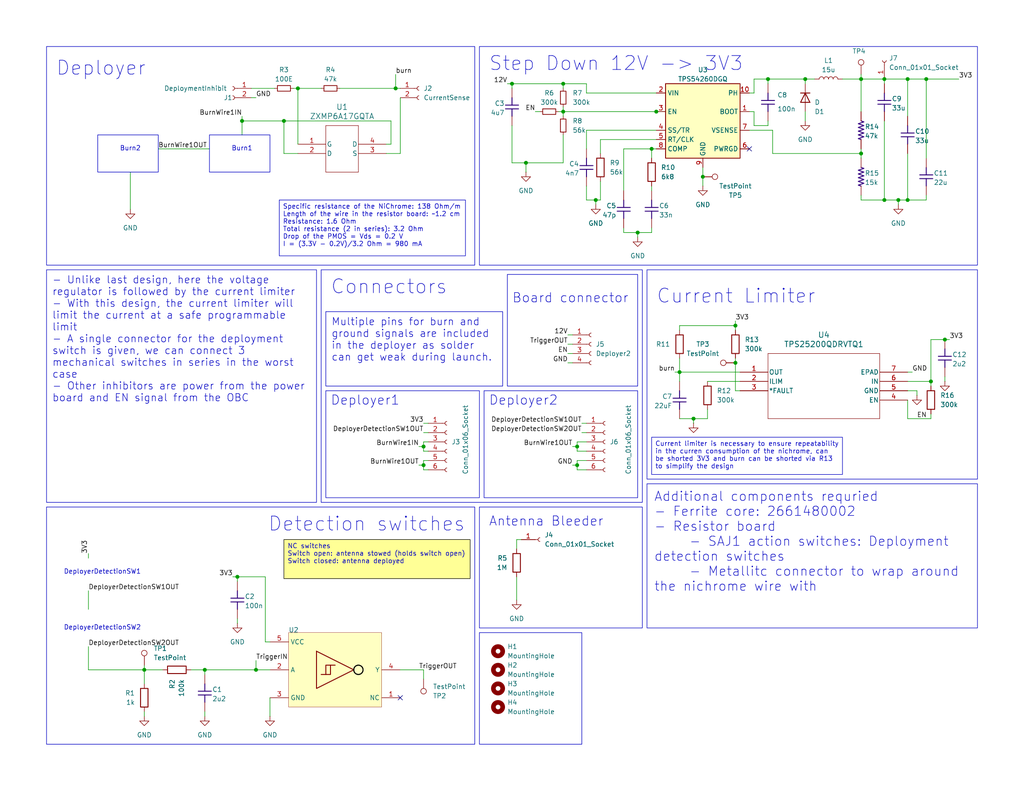
<source format=kicad_sch>
(kicad_sch (version 20231120) (generator "eeschema") (generator_version "8.0")
  (paper "USLetter")
  (title_block (title "Sanket") (date "2025-06-29") (rev "6.0") (company "Student Satellite Program"))
  (lib_symbols
    (symbol "Connector:Conn_01x01_Socket" (pin_names (offset 1.016) hide)
      (property "Reference" "J" (at 0 2.54 0))
      (property "Value" "Conn_01x01_Socket" (at 0 -2.54 0))
      (symbol "Conn_01x01_Socket_1_1"
        (polyline (pts (xy -1.27 0) (xy -0.508 0)) (stroke (width 0.1524)))
        (arc (start 0 0.508) (mid -0.5058 0) (end 0 -0.508) (stroke (width 0.1524)))
        (pin passive line (at -5.08 0 0) (length 3.81) (name "Pin_1") (number "1"))
      )
    )
    (symbol "Connector:Conn_01x02_Socket" (pin_names (offset 1.016) hide)
      (property "Reference" "J" (at 0 2.54 0))
      (property "Value" "Conn_01x02_Socket" (at 0 -5.08 0))
      (symbol "Conn_01x02_Socket_1_1"
        (arc (start 0 -2.032) (mid -0.5058 -2.54) (end 0 -3.048) (stroke (width 0.1524)))
        (polyline (pts (xy -1.27 -2.54) (xy -0.508 -2.54)) (stroke (width 0.1524)))
        (polyline (pts (xy -1.27 0) (xy -0.508 0)) (stroke (width 0.1524)))
        (arc (start 0 0.508) (mid -0.5058 0) (end 0 -0.508) (stroke (width 0.1524)))
        (pin passive line (at -5.08 0 0) (length 3.81) (name "Pin_1") (number "1"))
        (pin passive line (at -5.08 -2.54 0) (length 3.81) (name "Pin_2") (number "2"))
      )
    )
    (symbol "Connector:Conn_01x04_Socket" (pin_names (offset 1.016) hide)
      (property "Reference" "J" (at 0 5.08 0))
      (property "Value" "Conn_01x04_Socket" (at 0 -7.62 0))
      (symbol "Conn_01x04_Socket_1_1"
        (arc (start 0 -4.572) (mid -0.5058 -5.08) (end 0 -5.588) (stroke (width 0.1524)))
        (arc (start 0 -2.032) (mid -0.5058 -2.54) (end 0 -3.048) (stroke (width 0.1524)))
        (polyline (pts (xy -1.27 -5.08) (xy -0.508 -5.08)) (stroke (width 0.1524)))
        (polyline (pts (xy -1.27 -2.54) (xy -0.508 -2.54)) (stroke (width 0.1524)))
        (polyline (pts (xy -1.27 0) (xy -0.508 0)) (stroke (width 0.1524)))
        (polyline (pts (xy -1.27 2.54) (xy -0.508 2.54)) (stroke (width 0.1524)))
        (arc (start 0 0.508) (mid -0.5058 0) (end 0 -0.508) (stroke (width 0.1524)))
        (arc (start 0 3.048) (mid -0.5058 2.54) (end 0 2.032) (stroke (width 0.1524)))
        (pin passive line (at -5.08 2.54 0) (length 3.81) (name "Pin_1") (number "1"))
        (pin passive line (at -5.08 0 0) (length 3.81) (name "Pin_2") (number "2"))
        (pin passive line (at -5.08 -2.54 0) (length 3.81) (name "Pin_3") (number "3"))
        (pin passive line (at -5.08 -5.08 0) (length 3.81) (name "Pin_4") (number "4"))
      )
    )
    (symbol "Connector:Conn_01x06_Socket" (pin_names (offset 1.016) hide)
      (property "Reference" "J" (at 0 7.62 0))
      (property "Value" "Conn_01x06_Socket" (at 0 -10.16 0))
      (symbol "Conn_01x06_Socket_1_1"
        (arc (start 0 -7.112) (mid -0.5058 -7.62) (end 0 -8.128) (stroke (width 0.1524)))
        (arc (start 0 -4.572) (mid -0.5058 -5.08) (end 0 -5.588) (stroke (width 0.1524)))
        (arc (start 0 -2.032) (mid -0.5058 -2.54) (end 0 -3.048) (stroke (width 0.1524)))
        (polyline (pts (xy -1.27 -7.62) (xy -0.508 -7.62)) (stroke (width 0.1524)))
        (polyline (pts (xy -1.27 -5.08) (xy -0.508 -5.08)) (stroke (width 0.1524)))
        (polyline (pts (xy -1.27 -2.54) (xy -0.508 -2.54)) (stroke (width 0.1524)))
        (polyline (pts (xy -1.27 0) (xy -0.508 0)) (stroke (width 0.1524)))
        (polyline (pts (xy -1.27 2.54) (xy -0.508 2.54)) (stroke (width 0.1524)))
        (polyline (pts (xy -1.27 5.08) (xy -0.508 5.08)) (stroke (width 0.1524)))
        (arc (start 0 0.508) (mid -0.5058 0) (end 0 -0.508) (stroke (width 0.1524)))
        (arc (start 0 3.048) (mid -0.5058 2.54) (end 0 2.032) (stroke (width 0.1524)))
        (arc (start 0 5.588) (mid -0.5058 5.08) (end 0 4.572) (stroke (width 0.1524)))
        (pin passive line (at -5.08 5.08 0) (length 3.81) (name "Pin_1") (number "1"))
        (pin passive line (at -5.08 2.54 0) (length 3.81) (name "Pin_2") (number "2"))
        (pin passive line (at -5.08 0 0) (length 3.81) (name "Pin_3") (number "3"))
        (pin passive line (at -5.08 -2.54 0) (length 3.81) (name "Pin_4") (number "4"))
        (pin passive line (at -5.08 -5.08 0) (length 3.81) (name "Pin_5") (number "5"))
        (pin passive line (at -5.08 -7.62 0) (length 3.81) (name "Pin_6") (number "6"))
      )
    )
    (symbol "Connector:TestPoint" (pin_numbers hide) (pin_names (offset 0.762) hide)
      (property "Reference" "TP" (at 0 6.858 0))
      (property "Value" "TestPoint" (at 0 5.08 0))
      (symbol "TestPoint_0_1"
        (circle (center 0 3.302) (radius 0.762))
      )
      (symbol "TestPoint_1_1"
        (pin passive line (at 0 0 90) (length 2.54) (name "1") (number "1"))
      )
    )
    (symbol "Device:D" (pin_numbers hide) (pin_names (offset 1.016) hide)
      (property "Reference" "D" (at 0 2.54 0))
      (property "Value" "D" (at 0 -2.54 0))
      (symbol "D_0_1"
        (polyline (pts (xy -1.27 1.27) (xy -1.27 -1.27)) (stroke (width 0.254)))
        (polyline (pts (xy 1.27 0) (xy -1.27 0)))
        (polyline (pts (xy 1.27 1.27) (xy 1.27 -1.27) (xy -1.27 0) (xy 1.27 1.27)) (stroke (width 0.254)))
      )
      (symbol "D_1_1"
        (pin passive line (at -3.81 0 0) (length 2.54) (name "K") (number "1"))
        (pin passive line (at 3.81 0 180) (length 2.54) (name "A") (number "2"))
      )
    )
    (symbol "Device:L" (pin_numbers hide) (pin_names (offset 1.016) hide)
      (property "Reference" "L" (at -1.27 0 90))
      (property "Value" "L" (at 1.905 0 90))
      (symbol "L_0_1"
        (arc (start 0 -2.54) (mid 0.6323 -1.905) (end 0 -1.27))
        (arc (start 0 -1.27) (mid 0.6323 -0.635) (end 0 0))
        (arc (start 0 0) (mid 0.6323 0.635) (end 0 1.27))
        (arc (start 0 1.27) (mid 0.6323 1.905) (end 0 2.54))
      )
      (symbol "L_1_1"
        (pin passive line (at 0 3.81 270) (length 1.27) (name "1") (number "1"))
        (pin passive line (at 0 -3.81 90) (length 1.27) (name "2") (number "2"))
      )
    )
    (symbol "Device:R" (pin_numbers hide) (pin_names (offset 0))
      (property "Reference" "R" (at 2.032 0 90))
      (property "Value" "R" (at 0 0 90))
      (symbol "R_0_1"
        (rectangle (start -1.016 -2.54) (end 1.016 2.54) (stroke (width 0.254)))
      )
      (symbol "R_1_1"
        (pin passive line (at 0 3.81 270) (length 1.27) (name "~") (number "1"))
        (pin passive line (at 0 -3.81 90) (length 1.27) (name "~") (number "2"))
      )
    )
    (symbol "Device:R_Small" (pin_numbers hide) (pin_names (offset 0.254) hide)
      (property "Reference" "R" (at 0.762 0.508 0))
      (property "Value" "R_Small" (at 0.762 -1.016 0))
      (symbol "R_Small_0_1"
        (rectangle (start -0.762 1.778) (end 0.762 -1.778) (stroke (width 0.2032)))
      )
      (symbol "R_Small_1_1"
        (pin passive line (at 0 2.54 270) (length 0.762) (name "~") (number "1"))
        (pin passive line (at 0 -2.54 90) (length 0.762) (name "~") (number "2"))
      )
    )
    (symbol "Mechanical:MountingHole" (pin_names (offset 1.016)) (exclude_from_sim yes) (in_bom no)
      (property "Reference" "H" (at 0 5.08 0))
      (property "Value" "MountingHole" (at 0 3.175 0))
      (symbol "MountingHole_0_1"
        (circle (center 0 0) (radius 1.27) (stroke (width 1.27)))
      )
    )
    (symbol "PMOS_ZXMP6A17:ZXMP6A17GQTA" (pin_names (offset 0.254))
      (property "Reference" "U" (at 22.86 10.16 0))
      (property "Value" "ZXMP6A17GQTA" (at 22.86 7.62 0))
      (symbol "ZXMP6A17GQTA_0_1"
        (polyline (pts (xy 29.21 -7.62) (xy 38.1 -7.62)) (stroke (width 0.127)))
        (polyline (pts (xy 29.21 5.08) (xy 29.21 -7.62)) (stroke (width 0.127)))
        (polyline (pts (xy 38.1 -7.62) (xy 38.1 5.08)) (stroke (width 0.127)))
        (polyline (pts (xy 38.1 5.08) (xy 29.21 5.08)) (stroke (width 0.127)))
        (pin unspecified line (at 21.59 0 0) (length 7.62) (name "G") (number "1"))
        (pin unspecified line (at 21.59 -2.54 0) (length 7.62) (name "D") (number "2"))
        (pin unspecified line (at 45.72 -2.54 180) (length 7.62) (name "S") (number "3"))
        (pin unspecified line (at 45.72 0 180) (length 7.62) (name "D") (number "4"))
      )
    )
    (symbol "Regulator_Switching:TPS54260DGQ"
      (property "Reference" "U" (at -10.16 11.43 0))
      (property "Value" "TPS54260DGQ" (at 1.27 -11.43 0))
      (symbol "TPS54260DGQ_0_1"
        (rectangle (start -10.16 10.16) (end 10.16 -10.16) (stroke (width 0.254)) (fill (type background)))
      )
      (symbol "TPS54260DGQ_1_1"
        (pin output line (at 12.7 2.54 180) (length 2.54) (name "BOOT") (number "1"))
        (pin output line (at 12.7 7.62 180) (length 2.54) (name "PH") (number "10"))
        (pin passive line (at 0 -12.7 90) (length 2.54) hide (name "GND") (number "11"))
        (pin power_in line (at -12.7 7.62 0) (length 2.54) (name "VIN") (number "2"))
        (pin input line (at -12.7 2.54 0) (length 2.54) (name "EN") (number "3"))
        (pin input line (at -12.7 -2.54 0) (length 2.54) (name "SS/TR") (number "4"))
        (pin input line (at -12.7 -5.08 0) (length 2.54) (name "RT/CLK") (number "5"))
        (pin open_collector line (at 12.7 -7.62 180) (length 2.54) (name "PWRGD") (number "6"))
        (pin input line (at 12.7 -2.54 180) (length 2.54) (name "VSENSE") (number "7"))
        (pin output line (at -12.7 -7.62 0) (length 2.54) (name "COMP") (number "8"))
        (pin power_in line (at 0 -12.7 90) (length 2.54) (name "GND") (number "9"))
      )
    )
    (symbol "TPS25200:TPS25200QDRVTQ1" (pin_names (offset 0.254))
      (property "Reference" "U" (at 22.86 10.16 0))
      (property "Value" "TPS25200QDRVTQ1" (at 22.86 7.62 0))
      (symbol "TPS25200QDRVTQ1_0_1"
        (polyline (pts (xy 7.62 -12.7) (xy 38.1 -12.7)) (stroke (width 0.127)))
        (polyline (pts (xy 7.62 5.08) (xy 7.62 -12.7)) (stroke (width 0.127)))
        (polyline (pts (xy 38.1 -12.7) (xy 38.1 5.08)) (stroke (width 0.127)))
        (polyline (pts (xy 38.1 5.08) (xy 7.62 5.08)) (stroke (width 0.127)))
        (pin output line (at 0 0 0) (length 7.62) (name "OUT") (number "1"))
        (pin output line (at 0 -2.54 0) (length 7.62) (name "ILIM") (number "2"))
        (pin output line (at 0 -5.08 0) (length 7.62) (name "*FAULT") (number "3"))
        (pin input line (at 45.72 -7.62 180) (length 7.62) (name "EN") (number "4"))
        (pin power_in line (at 45.72 -5.08 180) (length 7.62) (name "GND") (number "5"))
        (pin input line (at 45.72 -2.54 180) (length 7.62) (name "IN") (number "6"))
        (pin unspecified line (at 45.72 0 180) (length 7.62) (name "EPAD") (number "7"))
      )
    )
    (symbol "power:GND" (power) (pin_numbers hide) (pin_names (offset 0) hide)
      (property "Value" "GND" (at 0 -3.81 0))
      (symbol "GND_0_1"
        (polyline (pts (xy 0 0) (xy 0 -1.27) (xy 1.27 -1.27) (xy 0 -2.54) (xy -1.27 -1.27) (xy 0 -1.27)))
      )
      (symbol "GND_1_1"
        (pin power_in line (at 0 0 270) (length 0) (name "~") (number "1"))
      )
    )
    (symbol "sanket 4.0-altium-import:root_0_IC-SN74LVC1G14QDCKRQ1"
      (symbol "root_0_IC-SN74LVC1G14QDCKRQ1_1_0"
        (polyline (pts (xy 13.97 8.89) (xy 16.51 8.89) (xy 16.51 11.43)) (stroke (width 0.254)))
        (polyline (pts (xy 15.24 8.89) (xy 15.24 11.43) (xy 17.78 11.43)) (stroke (width 0.254)))
        (polyline (pts (xy 12.7 15.24) (xy 12.7 5.08) (xy 22.86 10.16) (xy 12.7 15.24)) (stroke (width 0.254)))
        (circle (center 24.13 10.16) (radius 1.27) (stroke (width 0.254) (color 0 0 0 1)))
        (circle (center 24.13 10.16) (radius 1.27) (stroke (width 0.254) (color 0 0 0 1)))
        (rectangle (start 30.48 20.32) (end 5.08 0) (stroke (width 0.0254) (color 128 0 0 1)) (fill (type background)))
        (pin passive line (at 35.56 2.54 180) (length 5.08) (name "NC") (number "1"))
        (pin passive line (at 0 10.16 0) (length 5.08) (name "A") (number "2"))
        (pin passive line (at 0 2.54 0) (length 5.08) (name "GND") (number "3"))
        (pin passive line (at 35.56 10.16 180) (length 5.08) (name "Y") (number "4"))
        (pin passive line (at 0 17.78 0) (length 5.08) (name "VCC") (number "5"))
      )
    )
    (symbol "sanket 4.0-altium-import:root_1_CAP-CER-0.1u-16V"
      (symbol "root_1_CAP-CER-0.1u-16V_1_0"
        (polyline (pts (xy -1.778 0.508) (xy 1.778 0.508)) (stroke (width 0.254) (color 48 0 123 1)))
        (polyline (pts (xy 0 -2.54) (xy 0 -0.508)) (stroke (width 0.254) (color 48 0 123 1)))
        (polyline (pts (xy 0 0.508) (xy 0 2.54)) (stroke (width 0.254) (color 48 0 123 1)))
        (polyline (pts (xy 1.778 -0.508) (xy -1.778 -0.508)) (stroke (width 0.254) (color 48 0 123 1)))
        (pin passive line (at 0 -5.08 90) (length 2.54) (name "") (number "1"))
        (pin passive line (at 0 5.08 270) (length 2.54) (name "") (number "2"))
      )
    )
    (symbol "sanket 4.0-altium-import:root_1_CAP-CER-1u-16V"
      (symbol "root_1_CAP-CER-1u-16V_1_0"
        (polyline (pts (xy -1.778 0.508) (xy 1.778 0.508)) (stroke (width 0.254) (color 48 0 123 1)))
        (polyline (pts (xy 0 -2.54) (xy 0 -0.508)) (stroke (width 0.254) (color 48 0 123 1)))
        (polyline (pts (xy 0 0.508) (xy 0 2.54)) (stroke (width 0.254) (color 48 0 123 1)))
        (polyline (pts (xy 1.778 -0.508) (xy -1.778 -0.508)) (stroke (width 0.254) (color 48 0 123 1)))
        (pin passive line (at 0 -5.08 90) (length 2.54) (name "") (number "1"))
        (pin passive line (at 0 5.08 270) (length 2.54) (name "") (number "2"))
      )
    )
    (symbol "sanket 4.0-altium-import:root_1_CAP-CER-4.7u-10V"
      (symbol "root_1_CAP-CER-4.7u-10V_1_0"
        (polyline (pts (xy -1.778 0.508) (xy 1.778 0.508)) (stroke (width 0.254) (color 48 0 123 1)))
        (polyline (pts (xy 0 -2.54) (xy 0 -0.508)) (stroke (width 0.254) (color 48 0 123 1)))
        (polyline (pts (xy 0 0.508) (xy 0 2.54)) (stroke (width 0.254) (color 48 0 123 1)))
        (polyline (pts (xy 1.778 -0.508) (xy -1.778 -0.508)) (stroke (width 0.254) (color 48 0 123 1)))
        (pin passive line (at 0 -5.08 90) (length 2.54) (name "") (number "1"))
        (pin passive line (at 0 5.08 270) (length 2.54) (name "") (number "2"))
      )
    )
    (symbol "sanket 4.0-altium-import:root_3_RES-10M-1%"
      (symbol "root_3_RES-10M-1%_1_0"
        (polyline (pts (xy 0 2.54) (xy 0.762 2.286) (xy -0.762 1.778) (xy 0.762 1.27) (xy -0.762 0.762) (xy 0.762 0.254) (xy -0.762 -0.254) (xy 0.762 -0.762) (xy -0.762 -1.27) (xy 0.762 -1.778) (xy -0.762 -2.286) (xy 0 -2.54)) (stroke (width 0.254) (color 48 0 123 1)))
        (pin passive line (at 0 5.08 270) (length 2.54) (name "") (number "1"))
        (pin passive line (at 0 -5.08 90) (length 2.54) (name "") (number "2"))
      )
    )
  )
  (junction (at 177.8 40.64))
  (junction (at 185.42 101.6))
  (junction (at 179.07 30.48))
  (junction (at 257.81 92.71))
  (junction (at 162.56 54.61))
  (junction (at 69.85 182.88))
  (junction (at 77.47 33.02))
  (junction (at 55.88 182.88))
  (junction (at 241.3 54.61))
  (junction (at 189.23 114.3))
  (junction (at 107.95 24.13))
  (junction (at 247.65 21.59))
  (junction (at 153.67 22.86))
  (junction (at 66.04 33.02))
  (junction (at 143.51 44.45))
  (junction (at 157.48 127))
  (junction (at 64.77 157.48))
  (junction (at 157.48 121.92))
  (junction (at 115.57 127))
  (junction (at 234.95 41.91))
  (junction (at 254 104.14))
  (junction (at 252.73 21.59))
  (junction (at 173.99 63.5))
  (junction (at 219.71 21.59))
  (junction (at 39.37 182.88))
  (junction (at 200.66 99.06))
  (junction (at 209.55 21.59))
  (junction (at 115.57 121.92))
  (junction (at 200.66 88.9))
  (junction (at 81.28 24.13))
  (junction (at 153.67 30.48))
  (junction (at 234.95 21.59))
  (junction (at 245.11 54.61))
  (junction (at 139.7 22.86))
  (junction (at 247.65 54.61))
  (junction (at 191.77 48.26))
  (junction (at 241.3 21.59))
  (no_connect (at 109.22 190.5))
  (no_connect (at 204.47 40.64))
  (wire (pts (xy 252.73 54.61) (xy 252.73 53.34)))
  (wire (pts (xy 185.42 101.6) (xy 185.42 104.14)))
  (wire (pts (xy 109.22 26.67) (xy 109.22 41.91)))
  (wire (pts (xy 156.21 91.44) (xy 154.94 91.44)))
  (wire (pts (xy 173.99 63.5) (xy 170.18 63.5)))
  (wire (pts (xy 177.8 40.64) (xy 179.07 40.64)))
  (wire (pts (xy 115.57 121.92) (xy 114.3 121.92)))
  (wire (pts (xy 241.3 54.61) (xy 245.11 54.61)))
  (wire (pts (xy 35.56 46.99) (xy 35.56 57.15)))
  (wire (pts (xy 210.82 35.56) (xy 204.47 35.56)))
  (wire (pts (xy 185.42 101.6) (xy 201.93 101.6)))
  (wire (pts (xy 140.97 147.32) (xy 142.24 147.32)))
  (wire (pts (xy 146.05 30.48) (xy 147.32 30.48)))
  (wire (pts (xy 39.37 194.31) (xy 39.37 195.58)))
  (wire (pts (xy 200.66 88.9) (xy 200.66 90.17)))
  (wire (pts (xy 157.48 120.65) (xy 160.02 120.65)))
  (wire (pts (xy 163.83 49.53) (xy 163.83 54.61)))
  (wire (pts (xy 209.55 21.59) (xy 209.55 22.86)))
  (wire (pts (xy 68.58 24.13) (xy 74.93 24.13)))
  (wire (pts (xy 257.81 92.71) (xy 259.08 92.71)))
  (wire (pts (xy 241.3 33.02) (xy 241.3 54.61)))
  (wire (pts (xy 24.13 151.13) (xy 24.13 152.4)))
  (wire (pts (xy 154.94 93.98) (xy 156.21 93.98)))
  (wire (pts (xy 185.42 88.9) (xy 200.66 88.9)))
  (wire (pts (xy 139.7 34.29) (xy 139.7 44.45)))
  (wire (pts (xy 72.39 157.48) (xy 72.39 175.26)))
  (wire (pts (xy 204.47 30.48) (xy 205.74 30.48)))
  (wire (pts (xy 115.57 125.73) (xy 115.57 127)))
  (wire (pts (xy 241.3 22.86) (xy 241.3 21.59)))
  (wire (pts (xy 254 92.71) (xy 254 104.14)))
  (wire (pts (xy 80.01 24.13) (xy 81.28 24.13)))
  (wire (pts (xy 163.83 38.1) (xy 179.07 38.1)))
  (wire (pts (xy 115.57 123.19) (xy 115.57 121.92)))
  (wire (pts (xy 170.18 52.07) (xy 170.18 40.64)))
  (wire (pts (xy 156.21 121.92) (xy 157.48 121.92)))
  (wire (pts (xy 160.02 115.57) (xy 158.75 115.57)))
  (wire (pts (xy 177.8 40.64) (xy 177.8 43.18)))
  (wire (pts (xy 64.77 157.48) (xy 64.77 158.75)))
  (wire (pts (xy 185.42 114.3) (xy 189.23 114.3)))
  (wire (pts (xy 185.42 88.9) (xy 185.42 90.17)))
  (wire (pts (xy 191.77 48.26) (xy 191.77 50.8)))
  (wire (pts (xy 109.22 41.91) (xy 105.41 41.91)))
  (wire (pts (xy 184.15 101.6) (xy 185.42 101.6)))
  (wire (pts (xy 64.77 168.91) (xy 64.77 170.18)))
  (wire (pts (xy 115.57 121.92) (xy 115.57 120.65)))
  (wire (pts (xy 177.8 50.8) (xy 177.8 52.07)))
  (wire (pts (xy 115.57 128.27) (xy 116.84 128.27)))
  (wire (pts (xy 189.23 114.3) (xy 193.04 114.3)))
  (wire (pts (xy 24.13 161.29) (xy 24.13 166.37)))
  (wire (pts (xy 254 92.71) (xy 257.81 92.71)))
  (wire (pts (xy 234.95 54.61) (xy 241.3 54.61)))
  (wire (pts (xy 106.68 39.37) (xy 105.41 39.37)))
  (wire (pts (xy 115.57 185.42) (xy 115.57 182.88)))
  (wire (pts (xy 200.66 99.06) (xy 200.66 106.68)))
  (wire (pts (xy 153.67 30.48) (xy 153.67 31.75)))
  (wire (pts (xy 254 105.41) (xy 254 104.14)))
  (wire (pts (xy 234.95 41.91) (xy 210.82 41.91)))
  (wire (pts (xy 247.65 101.6) (xy 248.92 101.6)))
  (wire (pts (xy 247.65 114.3) (xy 247.65 109.22)))
  (wire (pts (xy 116.84 118.11) (xy 115.57 118.11)))
  (wire (pts (xy 157.48 125.73) (xy 160.02 125.73)))
  (wire (pts (xy 157.48 123.19) (xy 160.02 123.19)))
  (wire (pts (xy 72.39 175.26) (xy 73.66 175.26)))
  (wire (pts (xy 241.3 21.59) (xy 247.65 21.59)))
  (wire (pts (xy 247.65 41.91) (xy 247.65 54.61)))
  (wire (pts (xy 39.37 181.61) (xy 39.37 182.88)))
  (wire (pts (xy 153.67 29.21) (xy 153.67 30.48)))
  (wire (pts (xy 170.18 63.5) (xy 170.18 62.23)))
  (wire (pts (xy 234.95 41.91) (xy 234.95 43.18)))
  (wire (pts (xy 219.71 30.48) (xy 219.71 33.02)))
  (wire (pts (xy 152.4 30.48) (xy 153.67 30.48)))
  (wire (pts (xy 156.21 99.06) (xy 154.94 99.06)))
  (wire (pts (xy 209.55 21.59) (xy 219.71 21.59)))
  (wire (pts (xy 170.18 40.64) (xy 177.8 40.64)))
  (wire (pts (xy 55.88 182.88) (xy 55.88 184.15)))
  (wire (pts (xy 158.75 118.11) (xy 160.02 118.11)))
  (wire (pts (xy 173.99 63.5) (xy 173.99 64.77)))
  (wire (pts (xy 157.48 125.73) (xy 157.48 127)))
  (wire (pts (xy 210.82 41.91) (xy 210.82 35.56)))
  (wire (pts (xy 205.74 25.4) (xy 205.74 21.59)))
  (wire (pts (xy 252.73 21.59) (xy 252.73 43.18)))
  (wire (pts (xy 162.56 54.61) (xy 160.02 54.61)))
  (wire (pts (xy 247.65 106.68) (xy 250.19 106.68)))
  (wire (pts (xy 81.28 24.13) (xy 87.63 24.13)))
  (wire (pts (xy 77.47 33.02) (xy 77.47 41.91)))
  (wire (pts (xy 163.83 54.61) (xy 162.56 54.61)))
  (wire (pts (xy 66.04 33.02) (xy 66.04 36.83)))
  (wire (pts (xy 219.71 21.59) (xy 219.71 22.86)))
  (wire (pts (xy 200.66 87.63) (xy 200.66 88.9)))
  (wire (pts (xy 66.04 33.02) (xy 77.47 33.02)))
  (wire (pts (xy 69.85 182.88) (xy 73.66 182.88)))
  (wire (pts (xy 24.13 182.88) (xy 39.37 182.88)))
  (wire (pts (xy 185.42 97.79) (xy 185.42 101.6)))
  (wire (pts (xy 209.55 34.29) (xy 209.55 33.02)))
  (wire (pts (xy 39.37 182.88) (xy 44.45 182.88)))
  (wire (pts (xy 205.74 34.29) (xy 209.55 34.29)))
  (wire (pts (xy 138.43 22.86) (xy 139.7 22.86)))
  (wire (pts (xy 143.51 44.45) (xy 153.67 44.45)))
  (wire (pts (xy 153.67 22.86) (xy 160.02 22.86)))
  (wire (pts (xy 115.57 128.27) (xy 115.57 127)))
  (wire (pts (xy 160.02 35.56) (xy 179.07 35.56)))
  (wire (pts (xy 247.65 54.61) (xy 252.73 54.61)))
  (wire (pts (xy 69.85 180.34) (xy 69.85 182.88)))
  (wire (pts (xy 55.88 194.31) (xy 55.88 195.58)))
  (wire (pts (xy 247.65 21.59) (xy 247.65 31.75)))
  (wire (pts (xy 115.57 120.65) (xy 116.84 120.65)))
  (wire (pts (xy 157.48 121.92) (xy 157.48 123.19)))
  (wire (pts (xy 179.07 25.4) (xy 160.02 25.4)))
  (wire (pts (xy 24.13 176.53) (xy 24.13 182.88)))
  (wire (pts (xy 153.67 30.48) (xy 179.07 30.48)))
  (wire (pts (xy 193.04 111.76) (xy 193.04 114.3)))
  (wire (pts (xy 177.8 63.5) (xy 177.8 62.23)))
  (wire (pts (xy 156.21 127) (xy 157.48 127)))
  (wire (pts (xy 163.83 38.1) (xy 163.83 41.91)))
  (wire (pts (xy 55.88 182.88) (xy 69.85 182.88)))
  (wire (pts (xy 140.97 157.48) (xy 140.97 163.83)))
  (wire (pts (xy 153.67 22.86) (xy 153.67 24.13)))
  (wire (pts (xy 157.48 120.65) (xy 157.48 121.92)))
  (wire (pts (xy 200.66 97.79) (xy 200.66 99.06)))
  (wire (pts (xy 177.8 63.5) (xy 173.99 63.5)))
  (wire (pts (xy 247.65 54.61) (xy 245.11 54.61)))
  (wire (pts (xy 81.28 24.13) (xy 81.28 39.37)))
  (wire (pts (xy 92.71 24.13) (xy 107.95 24.13)))
  (wire (pts (xy 189.23 114.3) (xy 189.23 115.57)))
  (wire (pts (xy 139.7 22.86) (xy 153.67 22.86)))
  (wire (pts (xy 205.74 21.59) (xy 209.55 21.59)))
  (wire (pts (xy 205.74 34.29) (xy 205.74 30.48)))
  (wire (pts (xy 160.02 50.8) (xy 160.02 54.61)))
  (wire (pts (xy 257.81 102.87) (xy 257.81 104.14)))
  (wire (pts (xy 66.04 31.75) (xy 66.04 33.02)))
  (wire (pts (xy 63.5 157.48) (xy 64.77 157.48)))
  (wire (pts (xy 107.95 20.32) (xy 107.95 24.13)))
  (wire (pts (xy 234.95 20.32) (xy 234.95 21.59)))
  (wire (pts (xy 234.95 21.59) (xy 234.95 30.48)))
  (wire (pts (xy 109.22 182.88) (xy 115.57 182.88)))
  (wire (pts (xy 247.65 104.14) (xy 254 104.14)))
  (wire (pts (xy 234.95 21.59) (xy 241.3 21.59)))
  (wire (pts (xy 157.48 127) (xy 157.48 128.27)))
  (wire (pts (xy 153.67 44.45) (xy 153.67 36.83)))
  (wire (pts (xy 234.95 54.61) (xy 234.95 53.34)))
  (wire (pts (xy 81.28 41.91) (xy 77.47 41.91)))
  (wire (pts (xy 191.77 45.72) (xy 191.77 48.26)))
  (wire (pts (xy 162.56 54.61) (xy 162.56 55.88)))
  (wire (pts (xy 139.7 44.45) (xy 143.51 44.45)))
  (wire (pts (xy 116.84 115.57) (xy 115.57 115.57)))
  (wire (pts (xy 245.11 54.61) (xy 245.11 55.88)))
  (wire (pts (xy 77.47 33.02) (xy 106.68 33.02)))
  (wire (pts (xy 154.94 96.52) (xy 156.21 96.52)))
  (wire (pts (xy 139.7 22.86) (xy 139.7 24.13)))
  (wire (pts (xy 193.04 104.14) (xy 201.93 104.14)))
  (wire (pts (xy 250.19 106.68) (xy 250.19 107.95)))
  (wire (pts (xy 247.65 114.3) (xy 254 114.3)))
  (wire (pts (xy 254 113.03) (xy 254 114.3)))
  (wire (pts (xy 52.07 182.88) (xy 55.88 182.88)))
  (wire (pts (xy 64.77 157.48) (xy 72.39 157.48)))
  (wire (pts (xy 73.66 195.58) (xy 73.66 190.5)))
  (wire (pts (xy 160.02 35.56) (xy 160.02 40.64)))
  (wire (pts (xy 116.84 123.19) (xy 115.57 123.19)))
  (wire (pts (xy 229.87 21.59) (xy 234.95 21.59)))
  (wire (pts (xy 43.18 40.64) (xy 57.15 40.64)))
  (wire (pts (xy 143.51 44.45) (xy 143.51 46.99)))
  (wire (pts (xy 204.47 25.4) (xy 205.74 25.4)))
  (wire (pts (xy 181.61 30.48) (xy 179.07 30.48)))
  (wire (pts (xy 234.95 40.64) (xy 234.95 41.91)))
  (wire (pts (xy 106.68 39.37) (xy 106.68 33.02)))
  (wire (pts (xy 247.65 21.59) (xy 252.73 21.59)))
  (wire (pts (xy 252.73 21.59) (xy 261.62 21.59)))
  (wire (pts (xy 68.58 26.67) (xy 69.85 26.67)))
  (wire (pts (xy 39.37 182.88) (xy 39.37 186.69)))
  (wire (pts (xy 157.48 128.27) (xy 160.02 128.27)))
  (wire (pts (xy 140.97 147.32) (xy 140.97 149.86)))
  (wire (pts (xy 109.22 24.13) (xy 107.95 24.13)))
  (wire (pts (xy 115.57 127) (xy 114.3 127)))
  (wire (pts (xy 200.66 106.68) (xy 201.93 106.68)))
  (wire (pts (xy 116.84 125.73) (xy 115.57 125.73)))
  (wire (pts (xy 160.02 25.4) (xy 160.02 22.86)))
  (wire (pts (xy 219.71 21.59) (xy 222.25 21.59)))
  (rectangle (start 138.43 74.93) (end 173.99 105.41))
  (rectangle (start 130.81 12.7) (end 266.7 72.39))
  (rectangle (start 57.15 36.83) (end 73.66 46.99))
  (rectangle (start 176.53 73.66) (end 266.7 130.81))
  (rectangle (start 12.7 12.7) (end 129.54 72.39))
  (rectangle (start 132.08 106.68) (end 173.99 135.89))
  (rectangle (start 88.9 106.68) (end 130.81 135.89))
  (rectangle (start 130.81 172.72) (end 158.75 203.2))
  (rectangle (start 87.63 73.66) (end 175.26 137.16))
  (rectangle (start 130.81 138.43) (end 175.26 171.45))
  (rectangle (start 12.7 138.43) (end 129.54 203.2))
  (rectangle (start 26.67 36.83) (end 43.18 46.99))
  (text_box "Multiple pins for burn and ground signals are included in the deployer as solder can get weak during launch." (at 88.9 85.09 0) (size 48.26 20.32) (effects (font (size 2 2)) (justify left top)))
  (text_box "NC switches\nSwitch open: antenna stowed (holds switch open)\nSwitch closed: antenna deployed" (at 77.47 147.32 0) (size 50.8 10.668) (stroke (width 0) (color 0 0 0 1)) (fill (type color) (color 255 255 150 1)) (effects (font (size 1.27 1.27)) (justify left top)))
  (text_box "- Unlike last design, here the voltage regulator is followed by the current limiter\n- With this design, the current limiter will limit the current at a safe programmable limit\n- A single connector for the deployment switch is given, we can connect 3 mechanical switches in series in the worst case\n- Other inhibitors are power from the power board and EN signal from the OBC" (at 12.7 73.66 0) (size 73.66 63.5) (effects (font (size 2 2)) (justify left top)))
  (text_box "Additional components requried\n- Ferrite core: 2661480002\n- Resistor board\n	- SAJ1 action switches: Deployment detection switches\n	- Metallitc connector to wrap around the nichrome wire with" (at 176.53 132.08 0) (size 90.17 39.37) (effects (font (size 2.54 2.54)) (justify left top)))
  (text_box "Current limiter is necessary to ensure repeatability in the curren consumption of the nichrome, can be shorted 3V3 and burn can be shorted via R13 to simplify the design" (at 177.8 119.38 0) (size 52.07 10.16) (effects (font (size 1.27 1.27)) (justify left top)))
  (text_box "Specific resistance of the NiChrome: 138 Ohm/m\nLength of the wire in the resistor board: ~1.2 cm\nResistance: 1.6 Ohm\nTotal resistance (2 in series): 3.2 Ohm\nDrop of the PMOS = Vds = 0.2 V\nI = (3.3V - 0.2V)/3.2 Ohm = 980 mA\n" (at 76.2 54.61 0) (size 50.8 15.24) (effects (font (size 1.27 1.27)) (justify left top)))
  (text "Step Down 12V -> 3V3" (at 133.35 15.24 0) (effects (font (size 3.81 3.81)) (justify left top)))
  (text "Detection switches" (at 127 140.97 0) (effects (font (size 3.81 3.81)) (justify right top)))
  (text "Connectors" (at 90.17 76.2 0) (effects (font (size 3.81 3.81)) (justify left top)))
  (text "Board connector" (at 139.7 80.01 0) (effects (font (size 2.54 2.54)) (justify left top)))
  (text "Deployer" (at 15.24 16.51 0) (effects (font (size 3.81 3.81)) (justify left top)))
  (text "Burn1" (at 66.04 40.64 0) (effects (font (size 1.27 1.27))))
  (text "DeployerDetectionSW1" (at 27.94 156.21 0) (effects (font (size 1.27 1.27))))
  (text "Deployer2" (at 133.35 107.95 0) (effects (font (size 2.54 2.54)) (justify left top)))
  (text "Current Limiter" (at 179.07 78.74 0) (effects (font (size 3.81 3.81)) (justify left top)))
  (text "Deployer1" (at 90.17 107.95 0) (effects (font (size 2.54 2.54)) (justify left top)))
  (text "DeployerDetectionSW2" (at 27.94 171.45 0) (effects (font (size 1.27 1.27))))
  (text "Burn2" (at 35.56 40.64 0) (effects (font (size 1.27 1.27))))
  (text "Antenna Bleeder" (at 133.35 140.97 0) (effects (font (size 2.54 2.54)) (justify left top)))
  (label "BurnWire1OUT" (at 43.18 40.64 0))
  (label "3V3" (at 261.62 21.59 0))
  (label "3V3" (at 63.5 157.48 180))
  (label "DeployerDetectionSW1OUT" (at 24.13 161.29 0))
  (label "TriggerOUT" (at 114.3 182.88 0))
  (label "3V3" (at 259.08 92.71 0))
  (label "GND" (at 248.92 101.6 0))
  (label "BurnWire1IN" (at 114.3 121.92 180))
  (label "TriggerOUT" (at 154.94 93.98 180))
  (label "GND" (at 156.21 127 180))
  (label "EN" (at 154.94 96.52 180))
  (label "BurnWire1IN" (at 66.04 31.75 180))
  (label "12V" (at 154.94 91.44 180))
  (label "TriggerIN" (at 69.85 180.34 0))
  (label "EN" (at 250.19 114.3 0))
  (label "EN" (at 146.05 30.48 180))
  (label "BurnWire1OUT" (at 114.3 127 180))
  (label "3V3" (at 115.57 115.57 180))
  (label "DeployerDetectionSW1OUT" (at 158.75 115.57 180))
  (label "BurnWire1OUT" (at 156.21 121.92 180))
  (label "DeployerDetectionSW2OUT" (at 24.13 176.53 0))
  (label "3V3" (at 24.13 151.13 90))
  (label "GND" (at 154.94 99.06 180))
  (label "DeployerDetectionSW2OUT" (at 158.75 118.11 180))
  (label "burn" (at 184.15 101.6 180))
  (label "DeployerDetectionSW1OUT" (at 115.57 118.11 180))
  (label "GND" (at 69.85 26.67 0))
  (label "burn" (at 107.95 20.32 0))
  (label "12V" (at 138.43 22.86 180))
  (label "3V3" (at 200.66 87.63 0))
  (symbol (lib_id "Connector:TestPoint") (at 39.37 181.61 0) (unit 1)
    (property "Reference" "TP1" (at 41.91 177.0379 0) (effects (justify left)))
    (property "Value" "TestPoint" (at 41.91 179.5779 0) (effects (justify left)))
    (property "Footprint" "TestPoint:TestPoint_THTPad_1.0x1.0mm_Drill0.5mm" (effects (hide yes)))
    (property "Description" "test point" (effects (hide yes)))
  )
  (symbol (lib_id "Connector:Conn_01x02_Socket") (at 63.5 24.13 0) (mirror y) (unit 1)
    (property "Reference" "J1" (at 62.23 26.67 0))
    (property "Value" "DeploymentInhibit" (at 53.34 24.13 0))
    (property "Footprint" "Connector_PinHeader_2.54mm:PinHeader_1x02_P2.54mm_Vertical" (effects (hide yes)))
    (property "Description" "Generic connector, single row, 01x02, script generated" (effects (hide yes)))
  )
  (symbol (lib_id "Device:R") (at 140.97 153.67 0) (mirror y) (unit 1)
    (property "Reference" "R5" (at 138.43 152.3999 0) (effects (justify left)))
    (property "Value" "1M" (at 138.43 154.9399 0) (effects (justify left)))
    (property "Footprint" "Resistor_SMD:R_0805_2012Metric" (effects (hide yes)))
    (property "Description" "Resistor" (effects (hide yes)))
  )
  (symbol (lib_id "Device:R_Small") (at 77.47 24.13 270) (unit 1)
    (property "Reference" "R3" (at 77.47 19.05 90))
    (property "Value" "100E" (at 77.47 21.59 90))
    (property "Footprint" "Capacitor_SMD:C_0805_2012Metric" (effects (hide yes)))
    (property "Description" "Resistor, small symbol" (effects (hide yes)))
  )
  (symbol (lib_id "power:GND") (at 191.77 50.8 0) (unit 1)
    (property "Reference" "#PWR011" (effects (hide yes)))
    (property "Value" "GND" (at 191.77 55.88 0))
    (property "Description" "Power symbol creates a global label with name \"GND\" , ground" (effects (hide yes)))
  )
  (symbol (lib_id "Connector:Conn_01x06_Socket") (at 121.92 120.65 0) (unit 1)
    (property "Reference" "J3" (at 123.19 120.6499 0) (effects (justify left)))
    (property "Value" "Conn_01x06_Socket" (at 127 129.54 90) (effects (justify left)))
    (property "Footprint" "Connector_PinHeader_2.54mm:PinHeader_1x06_P2.54mm_Vertical" (effects (hide yes)))
    (property "Description" "Generic connector, single row, 01x06, script generated" (effects (hide yes)))
  )
  (symbol (lib_id "Device:R") (at 163.83 45.72 0) (unit 1)
    (property "Reference" "R9" (at 166.37 44.45 0) (effects (justify left)))
    (property "Value" "56k" (at 166.37 46.99 0) (effects (justify left)))
    (property "Footprint" "Resistor_SMD:R_0805_2012Metric" (effects (hide yes)))
    (property "Description" "Resistor" (effects (hide yes)))
  )
  (symbol (lib_id "Mechanical:MountingHole") (at 135.89 182.88 0) (unit 1) (exclude_from_sim yes) (in_bom no)
    (property "Reference" "H2" (at 138.43 181.6099 0) (effects (justify left)))
    (property "Value" "MountingHole" (at 138.43 184.1499 0) (effects (justify left)))
    (property "Footprint" "MountingHole:MountingHole_3.2mm_M3" (effects (hide yes)))
    (property "Description" "Mounting Hole without connection" (effects (hide yes)))
  )
  (symbol (lib_id "power:GND") (at 140.97 163.83 0) (unit 1)
    (property "Reference" "#PWR06" (effects (hide yes)))
    (property "Value" "GND" (at 140.97 168.91 0))
    (property "Description" "Power symbol creates a global label with name \"GND\" , ground" (effects (hide yes)))
  )
  (symbol (lib_id "Device:R") (at 39.37 190.5 0) (mirror y) (unit 1)
    (property "Reference" "R1" (at 36.83 189.2299 0) (effects (justify left)))
    (property "Value" "1k" (at 36.83 191.7699 0) (effects (justify left)))
    (property "Footprint" "Resistor_SMD:R_0805_2012Metric" (effects (hide yes)))
    (property "Description" "Resistor" (effects (hide yes)))
  )
  (symbol (lib_id "Device:R") (at 48.26 182.88 90) (mirror x) (unit 1)
    (property "Reference" "R2" (at 46.9899 185.42 0) (effects (justify left)))
    (property "Value" "100k" (at 49.5299 185.42 0) (effects (justify left)))
    (property "Footprint" "Resistor_SMD:R_0805_2012Metric" (effects (hide yes)))
    (property "Description" "Resistor" (effects (hide yes)))
  )
  (symbol (lib_id "Mechanical:MountingHole") (at 135.89 193.04 0) (unit 1) (exclude_from_sim yes) (in_bom no)
    (property "Reference" "H4" (at 138.43 191.7699 0) (effects (justify left)))
    (property "Value" "MountingHole" (at 138.43 194.3099 0) (effects (justify left)))
    (property "Footprint" "MountingHole:MountingHole_3.2mm_M3" (effects (hide yes)))
    (property "Description" "Mounting Hole without connection" (effects (hide yes)))
  )
  (symbol (lib_id "power:GND") (at 162.56 55.88 0) (unit 1)
    (property "Reference" "#PWR08" (effects (hide yes)))
    (property "Value" "GND" (at 162.56 60.96 0))
    (property "Description" "Power symbol creates a global label with name \"GND\" , ground" (effects (hide yes)))
  )
  (symbol (lib_id "sanket 4.0-altium-import:root_1_CAP-CER-4.7u-10V") (at 247.65 36.83 0) (unit 1)
    (property "Reference" "C10" (at 249.682 36.576 0) (effects (justify left bottom)))
    (property "Value" "33u" (at 249.682 39.116 0) (effects (justify left bottom)))
    (property "Footprint" "Capacitor_SMD:C_1206_3216Metric" (effects (hide yes)))
    (property "Description" "±10% 10V Ceramic Capacitor X5R 0603 (1608 Metric)" (effects (hide yes)))
    (property "MANUFACTURER" "KEMET" (effects (hide yes)))
    (property "MANUFACTURER PART NUMBER" "C0603C475K8PACTU" (effects (hide yes)))
    (property "SUPPLIER 1" "Digi-Key" (effects (hide yes)))
    (property "SUPPLIER PART NUMBER 1" "399-5503-1-ND" (effects (hide yes)))
    (property "COMPONENTLINK1DESCRIPTION" "Datasheet" (effects (hide yes)))
    (property "COMPONENTLINK1URL" "https://www.kemet.com/en/us/capacitors/ceramic/product/C0603C475K8PACTU.html" (effects (hide yes)))
  )
  (symbol (lib_id "Device:R_Small") (at 153.67 34.29 0) (unit 1)
    (property "Reference" "R8" (at 156.21 33.0199 0) (effects (justify left)))
    (property "Value" "56k" (at 156.21 35.5599 0) (effects (justify left)))
    (property "Footprint" "Capacitor_SMD:C_0805_2012Metric" (effects (hide yes)))
    (property "Description" "Resistor, small symbol" (effects (hide yes)))
  )
  (symbol (lib_id "sanket 4.0-altium-import:root_3_RES-10M-1%") (at 234.95 48.26 0) (unit 1)
    (property "Reference" "R15" (at 235.966 48.006 0) (effects (justify left bottom)))
    (property "Value" "15k" (at 235.966 50.546 0) (effects (justify left bottom)))
    (property "Footprint" "Capacitor_SMD:C_0805_2012Metric" (effects (hide yes)))
    (property "SUPPLIER PART NUMBER 1" "311-10.0MHRCT-ND" (effects (hide yes)))
  )
  (symbol (lib_id "power:GND") (at 35.56 57.15 0) (unit 1)
    (property "Reference" "#PWR01" (effects (hide yes)))
    (property "Value" "GND" (at 35.56 62.23 0))
    (property "Description" "Power symbol creates a global label with name \"GND\" , ground" (effects (hide yes)))
  )
  (symbol (lib_id "power:GND") (at 245.11 55.88 0) (unit 1)
    (property "Reference" "#PWR013" (effects (hide yes)))
    (property "Value" "GND" (at 245.11 60.96 0))
    (property "Description" "Power symbol creates a global label with name \"GND\" , ground" (effects (hide yes)))
  )
  (symbol (lib_id "Connector:Conn_01x01_Socket") (at 147.32 147.32 0) (unit 1)
    (property "Reference" "J4" (at 148.59 146.0499 0) (effects (justify left)))
    (property "Value" "Conn_01x01_Socket" (at 148.59 148.5899 0) (effects (justify left)))
    (property "Footprint" "Connector_PinSocket_2.54mm:PinSocket_1x01_P2.54mm_Vertical" (effects (hide yes)))
    (property "Description" "Generic connector, single row, 01x01, script generated" (effects (hide yes)))
  )
  (symbol (lib_id "sanket 4.0-altium-import:root_1_CAP-CER-4.7u-10V") (at 170.18 57.15 0) (mirror y) (unit 1)
    (property "Reference" "C5" (at 168.148 56.896 0) (effects (justify left bottom)))
    (property "Value" "47p" (at 168.148 59.436 0) (effects (justify left bottom)))
    (property "Footprint" "Capacitor_SMD:C_0805_2012Metric" (effects (hide yes)))
    (property "Description" "±10% 10V Ceramic Capacitor X5R 0603 (1608 Metric)" (effects (hide yes)))
    (property "MANUFACTURER" "KEMET" (effects (hide yes)))
    (property "MANUFACTURER PART NUMBER" "C0603C475K8PACTU" (effects (hide yes)))
    (property "SUPPLIER 1" "Digi-Key" (effects (hide yes)))
    (property "SUPPLIER PART NUMBER 1" "399-5503-1-ND" (effects (hide yes)))
    (property "COMPONENTLINK1DESCRIPTION" "Datasheet" (effects (hide yes)))
    (property "COMPONENTLINK1URL" "https://www.kemet.com/en/us/capacitors/ceramic/product/C0603C475K8PACTU.html" (effects (hide yes)))
  )
  (symbol (lib_id "power:GND") (at 64.77 170.18 0) (unit 1)
    (property "Reference" "#PWR04" (effects (hide yes)))
    (property "Value" "GND" (at 64.77 175.26 0))
    (property "Description" "Power symbol creates a global label with name \"GND\" , ground" (effects (hide yes)))
  )
  (symbol (lib_id "Connector:TestPoint") (at 115.57 185.42 0) (mirror x) (unit 1)
    (property "Reference" "TP2" (at 118.11 189.9921 0) (effects (justify left)))
    (property "Value" "TestPoint" (at 118.11 187.4521 0) (effects (justify left)))
    (property "Footprint" "TestPoint:TestPoint_THTPad_1.0x1.0mm_Drill0.5mm" (effects (hide yes)))
    (property "Description" "test point" (effects (hide yes)))
  )
  (symbol (lib_id "sanket 4.0-altium-import:root_1_CAP-CER-0.1u-16V") (at 64.77 163.83 0) (unit 1)
    (property "Reference" "C2" (at 66.802 163.576 0) (effects (justify left bottom)))
    (property "Value" "100n" (at 66.802 166.116 0) (effects (justify left bottom)))
    (property "Footprint" "Capacitor_SMD:C_0805_2012Metric" (effects (hide yes)))
    (property "SUPPLIER PART NUMBER 1" "399-17393-1-ND" (effects (hide yes)))
  )
  (symbol (lib_id "Device:R_Small") (at 149.86 30.48 90) (unit 1)
    (property "Reference" "R6" (at 149.86 25.4 90))
    (property "Value" "300k" (at 149.86 27.94 90))
    (property "Footprint" "Capacitor_SMD:C_0805_2012Metric" (effects (hide yes)))
    (property "Description" "Resistor, small symbol" (effects (hide yes)))
  )
  (symbol (lib_id "Connector:TestPoint") (at 234.95 20.32 0) (mirror y) (unit 1)
    (property "Reference" "TP4" (at 236.22 13.97 0) (effects (justify left)))
    (property "Value" "TestPoint" (effects (hide yes)))
    (property "Footprint" "TestPoint:TestPoint_THTPad_1.0x1.0mm_Drill0.5mm" (effects (hide yes)))
    (property "Description" "test point" (effects (hide yes)))
  )
  (symbol (lib_id "sanket 4.0-altium-import:root_1_CAP-CER-4.7u-10V") (at 160.02 45.72 0) (mirror y) (unit 1)
    (property "Reference" "C4" (at 157.988 45.466 0) (effects (justify left bottom)))
    (property "Value" "4n7" (at 157.988 48.006 0) (effects (justify left bottom)))
    (property "Footprint" "Capacitor_SMD:C_0805_2012Metric" (effects (hide yes)))
    (property "Description" "±10% 10V Ceramic Capacitor X5R 0603 (1608 Metric)" (effects (hide yes)))
    (property "MANUFACTURER" "KEMET" (effects (hide yes)))
    (property "MANUFACTURER PART NUMBER" "C0603C475K8PACTU" (effects (hide yes)))
    (property "SUPPLIER 1" "Digi-Key" (effects (hide yes)))
    (property "SUPPLIER PART NUMBER 1" "399-5503-1-ND" (effects (hide yes)))
    (property "COMPONENTLINK1DESCRIPTION" "Datasheet" (effects (hide yes)))
    (property "COMPONENTLINK1URL" "https://www.kemet.com/en/us/capacitors/ceramic/product/C0603C475K8PACTU.html" (effects (hide yes)))
  )
  (symbol (lib_id "Connector:Conn_01x04_Socket") (at 161.29 93.98 0) (unit 1)
    (property "Reference" "J5" (at 162.56 93.9799 0) (effects (justify left)))
    (property "Value" "Deployer2" (at 162.56 96.5199 0) (effects (justify left)))
    (property "Footprint" "Connector_PinHeader_2.54mm:PinHeader_1x04_P2.54mm_Vertical" (effects (hide yes)))
    (property "Description" "Generic connector, single row, 01x04, script generated" (effects (hide yes)))
  )
  (symbol (lib_id "Mechanical:MountingHole") (at 135.89 177.8 0) (unit 1) (exclude_from_sim yes) (in_bom no)
    (property "Reference" "H1" (at 138.43 176.5299 0) (effects (justify left)))
    (property "Value" "MountingHole" (at 138.43 179.0699 0) (effects (justify left)))
    (property "Footprint" "MountingHole:MountingHole_3.2mm_M3" (effects (hide yes)))
    (property "Description" "Mounting Hole without connection" (effects (hide yes)))
  )
  (symbol (lib_id "TPS25200:TPS25200QDRVTQ1") (at 201.93 101.6 0) (unit 1)
    (property "Reference" "U4" (at 224.79 91.44 0) (effects (font (size 1.524 1.524))))
    (property "Value" "TPS25200QDRVTQ1" (at 224.79 93.98 0) (effects (font (size 1.524 1.524))))
    (property "Footprint" "Package_SON:WSON-6-1EP_2x2mm_P0.65mm_EP1x1.6mm" (effects (hide yes)))
    (property "Datasheet" "TPS25200QDRVTQ1" (effects (hide yes)))
  )
  (symbol (lib_id "Regulator_Switching:TPS54260DGQ") (at 191.77 33.02 0) (unit 1)
    (property "Reference" "U3" (at 191.77 19.05 0))
    (property "Value" "TPS54260DGQ" (at 191.77 21.59 0))
    (property "Footprint" "Package_SO:HVSSOP-10-1EP_3x3mm_P0.5mm_EP1.57x1.88mm" (effects (hide yes)))
    (property "Datasheet" "https://www.ti.com/lit/ds/symlink/tps54260.pdf" (effects (hide yes)))
    (property "Description" "2.5A, Step Down DC-DC Converter with Eco-mode, 3.5-60V Input Voltage, MSOP-10" (effects (hide yes)))
  )
  (symbol (lib_id "power:GND") (at 73.66 195.58 0) (unit 1)
    (property "Reference" "#PWR05" (effects (hide yes)))
    (property "Value" "GND" (at 73.66 200.66 0))
    (property "Description" "Power symbol creates a global label with name \"GND\" , ground" (effects (hide yes)))
  )
  (symbol (lib_id "sanket 4.0-altium-import:root_1_CAP-CER-4.7u-10V") (at 139.7 29.21 0) (mirror y) (unit 1)
    (property "Reference" "C3" (at 137.668 28.956 0) (effects (justify left bottom)))
    (property "Value" "4u7" (at 137.668 31.496 0) (effects (justify left bottom)))
    (property "Footprint" "Capacitor_SMD:C_0805_2012Metric" (effects (hide yes)))
    (property "Description" "±10% 10V Ceramic Capacitor X5R 0603 (1608 Metric)" (effects (hide yes)))
    (property "MANUFACTURER" "KEMET" (effects (hide yes)))
    (property "MANUFACTURER PART NUMBER" "C0603C475K8PACTU" (effects (hide yes)))
    (property "SUPPLIER 1" "Digi-Key" (effects (hide yes)))
    (property "SUPPLIER PART NUMBER 1" "399-5503-1-ND" (effects (hide yes)))
    (property "COMPONENTLINK1DESCRIPTION" "Datasheet" (effects (hide yes)))
    (property "COMPONENTLINK1URL" "https://www.kemet.com/en/us/capacitors/ceramic/product/C0603C475K8PACTU.html" (effects (hide yes)))
  )
  (symbol (lib_id "power:GND") (at 143.51 46.99 0) (unit 1)
    (property "Reference" "#PWR07" (effects (hide yes)))
    (property "Value" "GND" (at 143.51 52.07 0))
    (property "Description" "Power symbol creates a global label with name \"GND\" , ground" (effects (hide yes)))
  )
  (symbol (lib_id "power:GND") (at 39.37 195.58 0) (unit 1)
    (property "Reference" "#PWR02" (effects (hide yes)))
    (property "Value" "GND" (at 39.37 200.66 0))
    (property "Description" "Power symbol creates a global label with name \"GND\" , ground" (effects (hide yes)))
  )
  (symbol (lib_id "sanket 4.0-altium-import:root_1_CAP-CER-0.1u-16V") (at 185.42 109.22 0) (mirror y) (unit 1)
    (property "Reference" "C7" (at 183.388 108.966 0) (effects (justify left bottom)))
    (property "Value" "22uF" (at 183.388 111.506 0) (effects (justify left bottom)))
    (property "Footprint" "Capacitor_SMD:C_0805_2012Metric" (effects (hide yes)))
    (property "SUPPLIER PART NUMBER 1" "399-17393-1-ND" (effects (hide yes)))
  )
  (symbol (lib_id "sanket 4.0-altium-import:root_1_CAP-CER-4.7u-10V") (at 209.55 27.94 0) (unit 1)
    (property "Reference" "C8" (at 212.09 26.67 0) (effects (justify left bottom)))
    (property "Value" "100n" (at 212.09 30.48 0) (effects (justify left bottom)))
    (property "Footprint" "Capacitor_SMD:C_0805_2012Metric" (effects (hide yes)))
    (property "Description" "±10% 10V Ceramic Capacitor X5R 0603 (1608 Metric)" (effects (hide yes)))
    (property "MANUFACTURER" "KEMET" (effects (hide yes)))
    (property "MANUFACTURER PART NUMBER" "C0603C475K8PACTU" (effects (hide yes)))
    (property "SUPPLIER 1" "Digi-Key" (effects (hide yes)))
    (property "SUPPLIER PART NUMBER 1" "399-5503-1-ND" (effects (hide yes)))
    (property "COMPONENTLINK1DESCRIPTION" "Datasheet" (effects (hide yes)))
    (property "COMPONENTLINK1URL" "https://www.kemet.com/en/us/capacitors/ceramic/product/C0603C475K8PACTU.html" (effects (hide yes)))
  )
  (symbol (lib_id "power:GND") (at 257.81 104.14 0) (unit 1)
    (property "Reference" "#PWR015" (effects (hide yes)))
    (property "Value" "GND" (effects (hide yes)))
    (property "Description" "Power symbol creates a global label with name \"GND\" , ground" (effects (hide yes)))
  )
  (symbol (lib_id "Device:D") (at 219.71 26.67 270) (unit 1)
    (property "Reference" "D1" (at 222.25 30.4799 90) (effects (justify left)))
    (property "Value" "D" (at 222.25 27.9399 90) (effects (justify left)))
    (property "Footprint" "Diode_SMD:D_SMA-SMB_Universal_Handsoldering" (effects (hide yes)))
    (property "Description" "Diode" (effects (hide yes)))
    (property "Sim.Device" "D" (effects (hide yes)))
    (property "Sim.Pins" "1=K 2=A" (effects (hide yes)))
  )
  (symbol (lib_id "Mechanical:MountingHole") (at 135.89 187.96 0) (unit 1) (exclude_from_sim yes) (in_bom no)
    (property "Reference" "H3" (at 138.43 186.6899 0) (effects (justify left)))
    (property "Value" "MountingHole" (at 138.43 189.2299 0) (effects (justify left)))
    (property "Footprint" "MountingHole:MountingHole_3.2mm_M3" (effects (hide yes)))
    (property "Description" "Mounting Hole without connection" (effects (hide yes)))
  )
  (symbol (lib_id "Connector:Conn_01x01_Socket") (at 241.3 16.51 90) (unit 1)
    (property "Reference" "J7" (at 242.57 15.8749 90) (effects (justify right)))
    (property "Value" "Conn_01x01_Socket" (at 242.57 18.4149 90) (effects (justify right)))
    (property "Footprint" "Connector_PinSocket_2.54mm:PinSocket_1x01_P2.54mm_Vertical" (effects (hide yes)))
    (property "Description" "Generic connector, single row, 01x01, script generated" (effects (hide yes)))
  )
  (symbol (lib_id "Device:R") (at 185.42 93.98 180) (unit 1)
    (property "Reference" "R11" (at 182.88 93.98 0) (effects (justify left)))
    (property "Value" "300k" (effects (hide yes)))
    (property "Footprint" "Capacitor_SMD:C_0603_1608Metric" (effects (hide yes)))
    (property "Description" "Resistor" (effects (hide yes)))
  )
  (symbol (lib_id "sanket 4.0-altium-import:root_1_CAP-CER-4.7u-10V") (at 241.3 27.94 0) (unit 1)
    (property "Reference" "C9" (at 243.332 27.686 0) (effects (justify left bottom)))
    (property "Value" "33u" (at 243.332 30.226 0) (effects (justify left bottom)))
    (property "Footprint" "Capacitor_SMD:C_1206_3216Metric" (effects (hide yes)))
    (property "Description" "±10% 10V Ceramic Capacitor X5R 0603 (1608 Metric)" (effects (hide yes)))
    (property "MANUFACTURER" "KEMET" (effects (hide yes)))
    (property "MANUFACTURER PART NUMBER" "C0603C475K8PACTU" (effects (hide yes)))
    (property "SUPPLIER 1" "Digi-Key" (effects (hide yes)))
    (property "SUPPLIER PART NUMBER 1" "399-5503-1-ND" (effects (hide yes)))
    (property "COMPONENTLINK1DESCRIPTION" "Datasheet" (effects (hide yes)))
    (property "COMPONENTLINK1URL" "https://www.kemet.com/en/us/capacitors/ceramic/product/C0603C475K8PACTU.html" (effects (hide yes)))
  )
  (symbol (lib_id "PMOS_ZXMP6A17:ZXMP6A17GQTA") (at 59.69 39.37 0) (unit 1)
    (property "Reference" "U1" (at 93.345 29.21 0) (effects (font (size 1.524 1.524))))
    (property "Value" "ZXMP6A17GQTA" (at 93.345 31.75 0) (effects (font (size 1.524 1.524))))
    (property "Footprint" "PMOS_ZXMP6A17:SOT-223_DIO" (effects (hide yes)))
    (property "Datasheet" "ZXMP6A17GQTA" (effects (hide yes)))
  )
  (symbol (lib_id "Connector:Conn_01x06_Socket") (at 165.1 120.65 0) (unit 1)
    (property "Reference" "J6" (at 166.37 120.6499 0) (effects (justify left)))
    (property "Value" "Conn_01x06_Socket" (at 171.45 129.54 90) (effects (justify left)))
    (property "Footprint" "Connector_PinHeader_2.54mm:PinHeader_1x06_P2.54mm_Vertical" (effects (hide yes)))
    (property "Description" "Generic connector, single row, 01x06, script generated" (effects (hide yes)))
  )
  (symbol (lib_id "sanket 4.0-altium-import:root_0_IC-SN74LVC1G14QDCKRQ1") (at 73.66 193.04 0) (unit 1)
    (property "Reference" "U2" (at 78.74 172.72 0) (effects (justify left bottom)))
    (property "Value" "SN74LVC1G17QDCKRQ1" (effects (hide yes)))
    (property "Footprint" "Package_TO_SOT_SMD:SOT-353_SC-70-5" (effects (hide yes)))
    (property "COMPONENTLINK1URL" "http://www.ti.com/lit/ds/symlink/sn74lvc1g14-q1.pdf?src-supplier=Digi-Key" (effects (hide yes)))
  )
  (symbol (lib_id "power:GND") (at 173.99 64.77 0) (unit 1)
    (property "Reference" "#PWR09" (effects (hide yes)))
    (property "Value" "GND" (at 173.99 69.85 0))
    (property "Description" "Power symbol creates a global label with name \"GND\" , ground" (effects (hide yes)))
  )
  (symbol (lib_id "Device:R") (at 177.8 46.99 0) (unit 1)
    (property "Reference" "R10" (at 180.34 45.7199 0) (effects (justify left)))
    (property "Value" "6k8" (at 180.34 48.2599 0) (effects (justify left)))
    (property "Footprint" "Resistor_SMD:R_0805_2012Metric" (effects (hide yes)))
    (property "Description" "Resistor" (effects (hide yes)))
  )
  (symbol (lib_id "power:GND") (at 55.88 195.58 0) (unit 1)
    (property "Reference" "#PWR03" (effects (hide yes)))
    (property "Value" "GND" (at 55.88 200.66 0))
    (property "Description" "Power symbol creates a global label with name \"GND\" , ground" (effects (hide yes)))
  )
  (symbol (lib_id "Device:R") (at 254 109.22 0) (unit 1)
    (property "Reference" "R16" (at 256.54 107.95 0) (effects (justify left)))
    (property "Value" "300k" (at 256.54 110.49 0) (effects (justify left)))
    (property "Footprint" "Resistor_SMD:R_0805_2012Metric" (effects (hide yes)))
    (property "Description" "Resistor" (effects (hide yes)))
  )
  (symbol (lib_id "Device:L") (at 226.06 21.59 90) (unit 1)
    (property "Reference" "L1" (at 226.06 16.51 90))
    (property "Value" "15u" (at 226.06 19.05 90))
    (property "Footprint" "Inductor_SMD_Wurth_XHMI:L_Wurth_WE-XHMI-5050" (effects (hide yes)))
    (property "Description" "Inductor" (effects (hide yes)))
  )
  (symbol (lib_id "Device:R_Small") (at 90.17 24.13 90) (unit 1)
    (property "Reference" "R4" (at 90.17 19.05 90))
    (property "Value" "47k" (at 90.17 21.59 90))
    (property "Footprint" "Capacitor_SMD:C_0805_2012Metric" (effects (hide yes)))
    (property "Description" "Resistor, small symbol" (effects (hide yes)))
  )
  (symbol (lib_id "power:GND") (at 219.71 33.02 0) (unit 1)
    (property "Reference" "#PWR012" (effects (hide yes)))
    (property "Value" "GND" (at 219.71 38.1 0))
    (property "Description" "Power symbol creates a global label with name \"GND\" , ground" (effects (hide yes)))
  )
  (symbol (lib_id "Connector:TestPoint") (at 191.77 48.26 270) (unit 1)
    (property "Reference" "TP5" (at 200.66 53.34 90))
    (property "Value" "TestPoint" (at 200.66 50.8 90))
    (property "Footprint" "TestPoint:TestPoint_THTPad_1.0x1.0mm_Drill0.5mm" (effects (hide yes)))
    (property "Description" "test point" (effects (hide yes)))
  )
  (symbol (lib_id "Device:R") (at 193.04 107.95 0) (unit 1)
    (property "Reference" "R12" (at 195.58 106.6799 0) (effects (justify left)))
    (property "Value" "300k" (at 195.58 109.2199 0) (effects (justify left)))
    (property "Footprint" "Resistor_SMD:R_0805_2012Metric" (effects (hide yes)))
    (property "Description" "Resistor" (effects (hide yes)))
  )
  (symbol (lib_id "sanket 4.0-altium-import:root_1_CAP-CER-4.7u-10V") (at 252.73 48.26 0) (unit 1)
    (property "Reference" "C11" (at 254.762 48.006 0) (effects (justify left bottom)))
    (property "Value" "22u" (at 254.762 50.546 0) (effects (justify left bottom)))
    (property "Footprint" "Capacitor_SMD:C_0805_2012Metric" (effects (hide yes)))
    (property "Description" "±10% 10V Ceramic Capacitor X5R 0603 (1608 Metric)" (effects (hide yes)))
    (property "MANUFACTURER" "KEMET" (effects (hide yes)))
    (property "MANUFACTURER PART NUMBER" "C0603C475K8PACTU" (effects (hide yes)))
    (property "SUPPLIER 1" "Digi-Key" (effects (hide yes)))
    (property "SUPPLIER PART NUMBER 1" "399-5503-1-ND" (effects (hide yes)))
    (property "COMPONENTLINK1DESCRIPTION" "Datasheet" (effects (hide yes)))
    (property "COMPONENTLINK1URL" "https://www.kemet.com/en/us/capacitors/ceramic/product/C0603C475K8PACTU.html" (effects (hide yes)))
  )
  (symbol (lib_id "sanket 4.0-altium-import:root_3_RES-10M-1%") (at 234.95 35.56 0) (unit 1)
    (property "Reference" "R14" (at 235.966 35.306 0) (effects (justify left bottom)))
    (property "Value" "47k" (at 235.966 37.846 0) (effects (justify left bottom)))
    (property "Footprint" "Capacitor_SMD:C_0805_2012Metric" (effects (hide yes)))
    (property "SUPPLIER PART NUMBER 1" "311-10.0MHRCT-ND" (effects (hide yes)))
  )
  (symbol (lib_id "sanket 4.0-altium-import:root_1_CAP-CER-1u-16V") (at 55.88 189.23 0) (unit 1)
    (property "Reference" "C1" (at 57.912 188.976 0) (effects (justify left bottom)))
    (property "Value" "2u2" (at 57.912 191.516 0) (effects (justify left bottom)))
    (property "Footprint" "Capacitor_SMD:C_0805_2012Metric" (effects (hide yes)))
    (property "Description" "1µF ±10% 16V Ceramic Capacitor X7R 0603 (1608 Metric)" (effects (hide yes)))
    (property "SUPPLIER PART NUMBER 1" "399-7847-1-ND" (effects (hide yes)))
  )
  (symbol (lib_id "Device:R_Small") (at 153.67 26.67 0) (unit 1)
    (property "Reference" "R7" (at 156.21 25.3999 0) (effects (justify left)))
    (property "Value" "300k" (at 156.21 27.9399 0) (effects (justify left)))
    (property "Footprint" "Capacitor_SMD:C_0805_2012Metric" (effects (hide yes)))
    (property "Description" "Resistor, small symbol" (effects (hide yes)))
  )
  (symbol (lib_id "Connector:TestPoint") (at 200.66 99.06 90) (unit 1)
    (property "Reference" "TP3" (at 191.77 93.98 90))
    (property "Value" "TestPoint" (at 191.77 96.52 90))
    (property "Footprint" "TestPoint:TestPoint_THTPad_1.0x1.0mm_Drill0.5mm" (effects (hide yes)))
    (property "Description" "test point" (effects (hide yes)))
  )
  (symbol (lib_id "Connector:Conn_01x02_Socket") (at 114.3 24.13 0) (unit 1)
    (property "Reference" "J2" (at 115.57 24.1299 0) (effects (justify left)))
    (property "Value" "CurrentSense" (at 115.57 26.6699 0) (effects (justify left)))
    (property "Footprint" "Connector_PinHeader_2.54mm:PinHeader_1x02_P2.54mm_Vertical" (effects (hide yes)))
    (property "Description" "Generic connector, single row, 01x02, script generated" (effects (hide yes)))
  )
  (symbol (lib_id "Device:R") (at 200.66 93.98 0) (unit 1)
    (property "Reference" "R13" (at 203.2 92.7099 0) (effects (justify left)))
    (property "Value" "300k" (at 203.2 95.2499 0) (effects (justify left)))
    (property "Footprint" "Resistor_SMD:R_0805_2012Metric" (effects (hide yes)))
    (property "Description" "Resistor" (effects (hide yes)))
  )
  (symbol (lib_id "sanket 4.0-altium-import:root_1_CAP-CER-0.1u-16V") (at 257.81 97.79 0) (unit 1)
    (property "Reference" "C12" (at 259.842 97.536 0) (effects (justify left bottom)))
    (property "Value" "2u2" (at 259.842 100.076 0) (effects (justify left bottom)))
    (property "Footprint" "Capacitor_SMD:C_0805_2012Metric" (effects (hide yes)))
    (property "SUPPLIER PART NUMBER 1" "399-17393-1-ND" (effects (hide yes)))
  )
  (symbol (lib_id "power:GND") (at 250.19 107.95 0) (unit 1)
    (property "Reference" "#PWR014" (effects (hide yes)))
    (property "Value" "GND" (effects (hide yes)))
    (property "Description" "Power symbol creates a global label with name \"GND\" , ground" (effects (hide yes)))
  )
  (symbol (lib_id "power:GND") (at 189.23 115.57 0) (unit 1)
    (property "Reference" "#PWR010" (effects (hide yes)))
    (property "Value" "GND" (effects (hide yes)))
    (property "Description" "Power symbol creates a global label with name \"GND\" , ground" (effects (hide yes)))
  )
  (symbol (lib_id "sanket 4.0-altium-import:root_1_CAP-CER-4.7u-10V") (at 177.8 57.15 0) (unit 1)
    (property "Reference" "C6" (at 179.832 56.896 0) (effects (justify left bottom)))
    (property "Value" "33n" (at 179.832 59.436 0) (effects (justify left bottom)))
    (property "Footprint" "Capacitor_SMD:C_0805_2012Metric" (effects (hide yes)))
    (property "Description" "±10% 10V Ceramic Capacitor X5R 0603 (1608 Metric)" (effects (hide yes)))
    (property "MANUFACTURER" "KEMET" (effects (hide yes)))
    (property "MANUFACTURER PART NUMBER" "C0603C475K8PACTU" (effects (hide yes)))
    (property "SUPPLIER 1" "Digi-Key" (effects (hide yes)))
    (property "SUPPLIER PART NUMBER 1" "399-5503-1-ND" (effects (hide yes)))
    (property "COMPONENTLINK1DESCRIPTION" "Datasheet" (effects (hide yes)))
    (property "COMPONENTLINK1URL" "https://www.kemet.com/en/us/capacitors/ceramic/product/C0603C475K8PACTU.html" (effects (hide yes)))
  )
)
</source>
